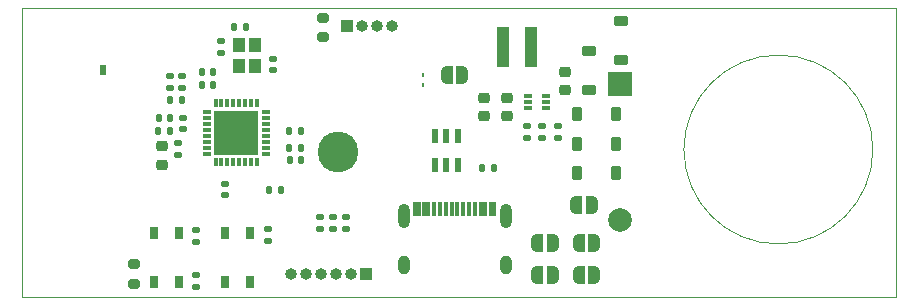
<source format=gts>
G04 #@! TF.GenerationSoftware,KiCad,Pcbnew,8.0.4*
G04 #@! TF.CreationDate,2024-08-27T21:07:45-03:00*
G04 #@! TF.ProjectId,memo,6d656d6f-2e6b-4696-9361-645f70636258,rev?*
G04 #@! TF.SameCoordinates,Original*
G04 #@! TF.FileFunction,Soldermask,Top*
G04 #@! TF.FilePolarity,Negative*
%FSLAX46Y46*%
G04 Gerber Fmt 4.6, Leading zero omitted, Abs format (unit mm)*
G04 Created by KiCad (PCBNEW 8.0.4) date 2024-08-27 21:07:45*
%MOMM*%
%LPD*%
G01*
G04 APERTURE LIST*
G04 Aperture macros list*
%AMRoundRect*
0 Rectangle with rounded corners*
0 $1 Rounding radius*
0 $2 $3 $4 $5 $6 $7 $8 $9 X,Y pos of 4 corners*
0 Add a 4 corners polygon primitive as box body*
4,1,4,$2,$3,$4,$5,$6,$7,$8,$9,$2,$3,0*
0 Add four circle primitives for the rounded corners*
1,1,$1+$1,$2,$3*
1,1,$1+$1,$4,$5*
1,1,$1+$1,$6,$7*
1,1,$1+$1,$8,$9*
0 Add four rect primitives between the rounded corners*
20,1,$1+$1,$2,$3,$4,$5,0*
20,1,$1+$1,$4,$5,$6,$7,0*
20,1,$1+$1,$6,$7,$8,$9,0*
20,1,$1+$1,$8,$9,$2,$3,0*%
%AMFreePoly0*
4,1,19,0.500000,-0.750000,0.000000,-0.750000,0.000000,-0.744911,-0.071157,-0.744911,-0.207708,-0.704816,-0.327430,-0.627875,-0.420627,-0.520320,-0.479746,-0.390866,-0.500000,-0.250000,-0.500000,0.250000,-0.479746,0.390866,-0.420627,0.520320,-0.327430,0.627875,-0.207708,0.704816,-0.071157,0.744911,0.000000,0.744911,0.000000,0.750000,0.500000,0.750000,0.500000,-0.750000,0.500000,-0.750000,
$1*%
%AMFreePoly1*
4,1,19,0.000000,0.744911,0.071157,0.744911,0.207708,0.704816,0.327430,0.627875,0.420627,0.520320,0.479746,0.390866,0.500000,0.250000,0.500000,-0.250000,0.479746,-0.390866,0.420627,-0.520320,0.327430,-0.627875,0.207708,-0.704816,0.071157,-0.744911,0.000000,-0.744911,0.000000,-0.750000,-0.500000,-0.750000,-0.500000,0.750000,0.000000,0.750000,0.000000,0.744911,0.000000,0.744911,
$1*%
G04 Aperture macros list end*
%ADD10RoundRect,0.140000X-0.140000X-0.170000X0.140000X-0.170000X0.140000X0.170000X-0.140000X0.170000X0*%
%ADD11FreePoly0,0.000000*%
%ADD12FreePoly1,0.000000*%
%ADD13RoundRect,0.140000X0.170000X-0.140000X0.170000X0.140000X-0.170000X0.140000X-0.170000X-0.140000X0*%
%ADD14R,1.000000X1.000000*%
%ADD15O,1.000000X1.000000*%
%ADD16RoundRect,0.225000X0.375000X-0.225000X0.375000X0.225000X-0.375000X0.225000X-0.375000X-0.225000X0*%
%ADD17RoundRect,0.135000X-0.185000X0.135000X-0.185000X-0.135000X0.185000X-0.135000X0.185000X0.135000X0*%
%ADD18RoundRect,0.225000X0.250000X-0.225000X0.250000X0.225000X-0.250000X0.225000X-0.250000X-0.225000X0*%
%ADD19R,0.500000X0.900000*%
%ADD20R,0.600000X1.200000*%
%ADD21RoundRect,0.135000X0.185000X-0.135000X0.185000X0.135000X-0.185000X0.135000X-0.185000X-0.135000X0*%
%ADD22R,0.800000X0.300000*%
%ADD23R,0.300000X0.800000*%
%ADD24R,3.750000X3.750000*%
%ADD25R,1.000000X1.150000*%
%ADD26RoundRect,0.225000X-0.225000X-0.375000X0.225000X-0.375000X0.225000X0.375000X-0.225000X0.375000X0*%
%ADD27RoundRect,0.085000X0.265000X0.085000X-0.265000X0.085000X-0.265000X-0.085000X0.265000X-0.085000X0*%
%ADD28R,0.980000X3.400000*%
%ADD29R,0.650000X1.050000*%
%ADD30RoundRect,0.140000X-0.170000X0.140000X-0.170000X-0.140000X0.170000X-0.140000X0.170000X0.140000X0*%
%ADD31RoundRect,0.147500X-0.147500X-0.172500X0.147500X-0.172500X0.147500X0.172500X-0.147500X0.172500X0*%
%ADD32RoundRect,0.062500X-0.062500X0.117500X-0.062500X-0.117500X0.062500X-0.117500X0.062500X0.117500X0*%
%ADD33RoundRect,0.140000X0.140000X0.170000X-0.140000X0.170000X-0.140000X-0.170000X0.140000X-0.170000X0*%
%ADD34RoundRect,0.135000X-0.135000X-0.185000X0.135000X-0.185000X0.135000X0.185000X-0.135000X0.185000X0*%
%ADD35R,0.300000X1.150000*%
%ADD36O,1.000000X2.100000*%
%ADD37O,1.000000X1.600000*%
%ADD38FreePoly0,180.000000*%
%ADD39FreePoly1,180.000000*%
%ADD40RoundRect,0.200000X0.275000X-0.200000X0.275000X0.200000X-0.275000X0.200000X-0.275000X-0.200000X0*%
%ADD41RoundRect,0.225000X-0.250000X0.225000X-0.250000X-0.225000X0.250000X-0.225000X0.250000X0.225000X0*%
%ADD42C,3.450000*%
%ADD43R,2.000000X2.000000*%
%ADD44C,2.000000*%
G04 #@! TA.AperFunction,Profile*
%ADD45C,0.100000*%
G04 #@! TD*
G04 APERTURE END LIST*
D10*
X122100000Y-83350000D03*
X123060000Y-83350000D03*
D11*
X146600000Y-94100000D03*
D12*
X147900000Y-94100000D03*
D13*
X114200000Y-95100000D03*
X114200000Y-94140000D03*
D14*
X128625000Y-94000000D03*
D15*
X127355000Y-94000000D03*
X126085000Y-94000000D03*
X124815000Y-94000000D03*
X123545000Y-94000000D03*
X122275000Y-94000000D03*
D16*
X150150000Y-75900000D03*
X150150000Y-72600000D03*
D17*
X120250000Y-90240000D03*
X120250000Y-91260000D03*
D18*
X138550000Y-80675000D03*
X138550000Y-79125000D03*
D17*
X116330000Y-74290000D03*
X116330000Y-75310000D03*
D19*
X106325000Y-76750000D03*
D13*
X113100000Y-81780000D03*
X113100000Y-80820000D03*
D20*
X136350000Y-82350000D03*
X135400000Y-82350000D03*
X134450000Y-82350000D03*
X134450000Y-84850000D03*
X135400000Y-84850000D03*
X136350000Y-84850000D03*
D21*
X125800000Y-90270000D03*
X125800000Y-89250000D03*
D16*
X147450000Y-78450000D03*
X147450000Y-75150000D03*
D22*
X115100000Y-80350000D03*
X115100000Y-80850000D03*
X115100000Y-81350000D03*
X115100000Y-81850000D03*
X115100000Y-82350000D03*
X115100000Y-82850000D03*
X115100000Y-83350000D03*
X115100000Y-83850000D03*
D23*
X115850000Y-84600000D03*
X116350000Y-84600000D03*
X116850000Y-84600000D03*
X117350000Y-84600000D03*
X117850000Y-84600000D03*
X118350000Y-84600000D03*
X118850000Y-84600000D03*
X119350000Y-84600000D03*
D22*
X120100000Y-83850000D03*
X120100000Y-83350000D03*
X120100000Y-82850000D03*
X120100000Y-82350000D03*
X120100000Y-81850000D03*
X120100000Y-81350000D03*
X120100000Y-80850000D03*
X120100000Y-80350000D03*
D23*
X119350000Y-79600000D03*
X118850000Y-79600000D03*
X118350000Y-79600000D03*
X117850000Y-79600000D03*
X117350000Y-79600000D03*
X116850000Y-79600000D03*
X116350000Y-79600000D03*
X115850000Y-79600000D03*
D24*
X117600000Y-82100000D03*
D25*
X117803744Y-74661307D03*
X117803744Y-76411307D03*
X119203744Y-76411307D03*
X119203744Y-74661307D03*
D26*
X146450000Y-80500000D03*
X149750000Y-80500000D03*
D11*
X146600000Y-91400000D03*
D12*
X147900000Y-91400000D03*
D10*
X117450000Y-73150000D03*
X118410000Y-73150000D03*
D27*
X143800000Y-79985000D03*
X143800000Y-79485000D03*
X143800000Y-78985000D03*
X142300000Y-78985000D03*
X142300000Y-79485000D03*
X142300000Y-79985000D03*
D14*
X127000000Y-73050000D03*
D15*
X128270000Y-73050000D03*
X129540000Y-73050000D03*
X130810000Y-73050000D03*
D10*
X111020000Y-80800000D03*
X111980000Y-80800000D03*
D11*
X143100000Y-91425000D03*
D12*
X144400000Y-91425000D03*
D28*
X142570000Y-74800000D03*
X140200000Y-74800000D03*
D29*
X110600000Y-94750000D03*
X110600000Y-90600000D03*
X112750000Y-94750000D03*
X112750000Y-90600000D03*
D18*
X140500000Y-80660000D03*
X140500000Y-79110000D03*
D30*
X116650000Y-86420000D03*
X116650000Y-87380000D03*
D31*
X111015000Y-81900000D03*
X111985000Y-81900000D03*
D17*
X112700000Y-82980000D03*
X112700000Y-84000000D03*
D32*
X133450000Y-77997500D03*
X133450000Y-77157500D03*
D29*
X118775000Y-90600000D03*
X118775000Y-94750000D03*
X116625000Y-90600000D03*
X116625000Y-94750000D03*
D10*
X122120000Y-84350000D03*
X123080000Y-84350000D03*
D18*
X145400000Y-78475000D03*
X145400000Y-76925000D03*
D33*
X115660000Y-76960000D03*
X114700000Y-76960000D03*
D34*
X120390000Y-86900000D03*
X121410000Y-86900000D03*
D31*
X112015000Y-79280000D03*
X112985000Y-79280000D03*
D26*
X146450000Y-85500000D03*
X149750000Y-85500000D03*
X146450000Y-83000000D03*
X149750000Y-83000000D03*
D21*
X114200000Y-91310000D03*
X114200000Y-90290000D03*
D33*
X115650000Y-78060000D03*
X114690000Y-78060000D03*
D21*
X126900000Y-90270000D03*
X126900000Y-89250000D03*
D34*
X122090000Y-81900000D03*
X123110000Y-81900000D03*
X138440000Y-85050000D03*
X139460000Y-85050000D03*
D17*
X143500000Y-81510000D03*
X143500000Y-82530000D03*
D13*
X113000000Y-78260000D03*
X113000000Y-77300000D03*
D21*
X124700000Y-90270000D03*
X124700000Y-89250000D03*
D35*
X132730000Y-88555000D03*
X133530000Y-88555000D03*
X134830000Y-88555000D03*
X135830000Y-88555000D03*
X136330000Y-88555000D03*
X137330000Y-88555000D03*
X138630000Y-88555000D03*
X139430000Y-88555000D03*
X139130000Y-88555000D03*
X138330000Y-88555000D03*
X137830000Y-88555000D03*
X136830000Y-88555000D03*
X135330000Y-88555000D03*
X134330000Y-88555000D03*
X133830000Y-88555000D03*
X133030000Y-88555000D03*
D36*
X131760000Y-89120000D03*
D37*
X131760000Y-93300000D03*
D36*
X140400000Y-89120000D03*
D37*
X140400000Y-93300000D03*
D38*
X136750000Y-77150000D03*
D39*
X135450000Y-77150000D03*
D40*
X124950000Y-73975000D03*
X124950000Y-72325000D03*
D11*
X143100000Y-94100000D03*
D12*
X144400000Y-94100000D03*
D17*
X144800000Y-81500000D03*
X144800000Y-82520000D03*
D41*
X111300000Y-83225000D03*
X111300000Y-84775000D03*
D30*
X120680000Y-75840000D03*
X120680000Y-76800000D03*
D21*
X142200000Y-82530000D03*
X142200000Y-81510000D03*
D11*
X146400000Y-88200000D03*
D12*
X147700000Y-88200000D03*
D40*
X108900000Y-94875000D03*
X108900000Y-93225000D03*
D13*
X112000000Y-78260000D03*
X112000000Y-77300000D03*
D42*
X126250000Y-83735000D03*
D43*
X150050000Y-77985000D03*
D44*
X150050000Y-89485000D03*
D45*
X171500000Y-83500000D02*
G75*
G02*
X155500000Y-83500000I-8000000J0D01*
G01*
X155500000Y-83500000D02*
G75*
G02*
X171500000Y-83500000I8000000J0D01*
G01*
X99500000Y-71500000D02*
X173500000Y-71500000D01*
X173500000Y-96000000D01*
X99500000Y-96000000D01*
X99500000Y-71500000D01*
M02*

</source>
